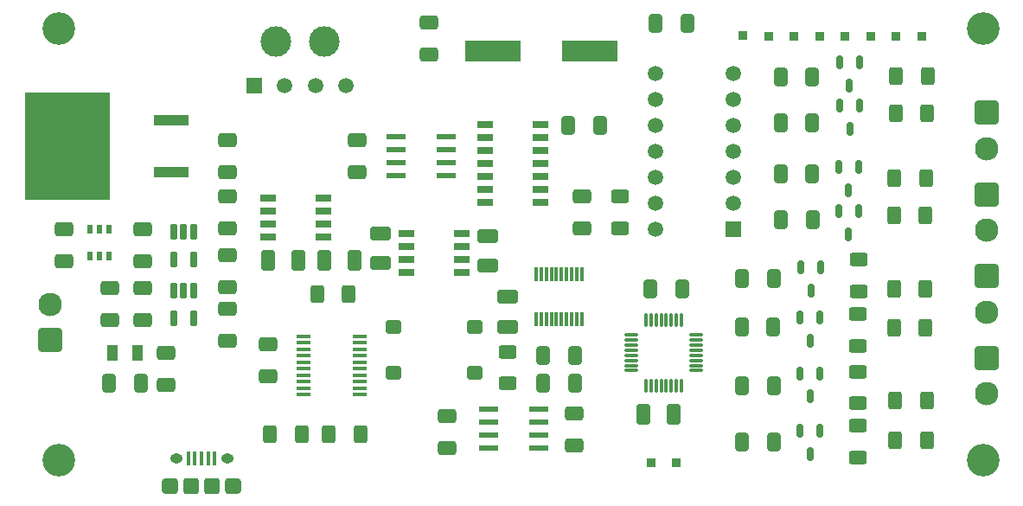
<source format=gbr>
%TF.GenerationSoftware,KiCad,Pcbnew,9.0.4*%
%TF.CreationDate,2025-11-25T13:51:46-06:00*%
%TF.ProjectId,LV Sensor,4c562053-656e-4736-9f72-2e6b69636164,rev?*%
%TF.SameCoordinates,Original*%
%TF.FileFunction,Soldermask,Top*%
%TF.FilePolarity,Negative*%
%FSLAX46Y46*%
G04 Gerber Fmt 4.6, Leading zero omitted, Abs format (unit mm)*
G04 Created by KiCad (PCBNEW 9.0.4) date 2025-11-25 13:51:46*
%MOMM*%
%LPD*%
G01*
G04 APERTURE LIST*
G04 Aperture macros list*
%AMRoundRect*
0 Rectangle with rounded corners*
0 $1 Rounding radius*
0 $2 $3 $4 $5 $6 $7 $8 $9 X,Y pos of 4 corners*
0 Add a 4 corners polygon primitive as box body*
4,1,4,$2,$3,$4,$5,$6,$7,$8,$9,$2,$3,0*
0 Add four circle primitives for the rounded corners*
1,1,$1+$1,$2,$3*
1,1,$1+$1,$4,$5*
1,1,$1+$1,$6,$7*
1,1,$1+$1,$8,$9*
0 Add four rect primitives between the rounded corners*
20,1,$1+$1,$2,$3,$4,$5,0*
20,1,$1+$1,$4,$5,$6,$7,0*
20,1,$1+$1,$6,$7,$8,$9,0*
20,1,$1+$1,$8,$9,$2,$3,0*%
G04 Aperture macros list end*
%ADD10R,0.850000X0.850000*%
%ADD11RoundRect,0.250000X0.400000X0.625000X-0.400000X0.625000X-0.400000X-0.625000X0.400000X-0.625000X0*%
%ADD12RoundRect,0.250000X0.412500X0.650000X-0.412500X0.650000X-0.412500X-0.650000X0.412500X-0.650000X0*%
%ADD13RoundRect,0.170500X0.511500X0.816500X-0.511500X0.816500X-0.511500X-0.816500X0.511500X-0.816500X0*%
%ADD14RoundRect,0.250000X-0.650000X0.412500X-0.650000X-0.412500X0.650000X-0.412500X0.650000X0.412500X0*%
%ADD15RoundRect,0.250001X-0.899999X0.899999X-0.899999X-0.899999X0.899999X-0.899999X0.899999X0.899999X0*%
%ADD16C,2.300000*%
%ADD17RoundRect,0.250000X-0.412500X-0.650000X0.412500X-0.650000X0.412500X0.650000X-0.412500X0.650000X0*%
%ADD18R,1.528000X0.650000*%
%ADD19RoundRect,0.250000X-0.400000X-0.625000X0.400000X-0.625000X0.400000X0.625000X-0.400000X0.625000X0*%
%ADD20R,1.460500X0.355600*%
%ADD21R,0.508000X0.901700*%
%ADD22RoundRect,0.150000X-0.150000X0.512500X-0.150000X-0.512500X0.150000X-0.512500X0.150000X0.512500X0*%
%ADD23RoundRect,0.250001X0.899999X-0.899999X0.899999X0.899999X-0.899999X0.899999X-0.899999X-0.899999X0*%
%ADD24RoundRect,0.170500X-0.816500X0.511500X-0.816500X-0.511500X0.816500X-0.511500X0.816500X0.511500X0*%
%ADD25C,3.200000*%
%ADD26R,1.981200X0.558800*%
%ADD27RoundRect,0.250000X0.650000X-0.412500X0.650000X0.412500X-0.650000X0.412500X-0.650000X-0.412500X0*%
%ADD28RoundRect,0.250000X0.625000X-0.400000X0.625000X0.400000X-0.625000X0.400000X-0.625000X-0.400000X0*%
%ADD29RoundRect,0.250000X-0.525000X-0.400000X0.525000X-0.400000X0.525000X0.400000X-0.525000X0.400000X0*%
%ADD30RoundRect,0.250000X-0.625000X0.400000X-0.625000X-0.400000X0.625000X-0.400000X0.625000X0.400000X0*%
%ADD31RoundRect,0.100000X-0.100000X-0.575000X0.100000X-0.575000X0.100000X0.575000X-0.100000X0.575000X0*%
%ADD32O,0.890000X1.550000*%
%ADD33RoundRect,0.250000X-0.475000X-0.525000X0.475000X-0.525000X0.475000X0.525000X-0.475000X0.525000X0*%
%ADD34O,1.250000X0.950000*%
%ADD35RoundRect,0.250000X-0.500000X-0.525000X0.500000X-0.525000X0.500000X0.525000X-0.500000X0.525000X0*%
%ADD36R,1.000000X1.500000*%
%ADD37R,0.300000X1.425000*%
%ADD38O,1.400000X0.299999*%
%ADD39O,0.299999X1.400000*%
%ADD40RoundRect,0.162500X-0.162500X0.617500X-0.162500X-0.617500X0.162500X-0.617500X0.162500X0.617500X0*%
%ADD41R,5.500000X2.000000*%
%ADD42R,3.504000X1.016000*%
%ADD43R,8.380000X10.490000*%
%ADD44R,1.500000X0.650000*%
%ADD45R,1.498600X1.498600*%
%ADD46C,1.498600*%
%ADD47C,3.000000*%
%ADD48R,1.520000X1.520000*%
%ADD49C,1.520000*%
G04 APERTURE END LIST*
D10*
%TO.C,TP8*%
X204000000Y-54250000D03*
%TD*%
D11*
%TO.C,R23*%
X219500000Y-93800000D03*
X216400000Y-93800000D03*
%TD*%
D12*
%TO.C,C1*%
X187562500Y-63000000D03*
X184437500Y-63000000D03*
%TD*%
D13*
%TO.C,C17*%
X194703000Y-91250000D03*
X191797000Y-91250000D03*
%TD*%
D14*
%TO.C,C18*%
X172500000Y-91437500D03*
X172500000Y-94562500D03*
%TD*%
D15*
%TO.C,J2*%
X225332500Y-61750000D03*
D16*
X225332500Y-65250000D03*
%TD*%
D17*
%TO.C,C21*%
X192937500Y-53000000D03*
X196062500Y-53000000D03*
%TD*%
D18*
%TO.C,IC6*%
X173961000Y-77405000D03*
X173961000Y-76135000D03*
X173961000Y-74865000D03*
X173961000Y-73595000D03*
X168539000Y-73595000D03*
X168539000Y-74865000D03*
X168539000Y-76135000D03*
X168539000Y-77405000D03*
%TD*%
D14*
%TO.C,C22*%
X135000000Y-73187500D03*
X135000000Y-76312500D03*
%TD*%
%TO.C,C19*%
X185000000Y-91187500D03*
X185000000Y-94312500D03*
%TD*%
D19*
%TO.C,R2*%
X155199999Y-93250000D03*
X158300001Y-93250000D03*
%TD*%
D20*
%TO.C,U3*%
X158525850Y-83642499D03*
X158525850Y-84277500D03*
X158525850Y-84912500D03*
X158525850Y-85547500D03*
X158525850Y-86182501D03*
X158525850Y-86817499D03*
X158525850Y-87452500D03*
X158525850Y-88087500D03*
X158525850Y-88722500D03*
X158525850Y-89357501D03*
X163974150Y-89357501D03*
X163974150Y-88722500D03*
X163974150Y-88087500D03*
X163974150Y-87452500D03*
X163974150Y-86817499D03*
X163974150Y-86182501D03*
X163974150Y-85547500D03*
X163974150Y-84912500D03*
X163974150Y-84277500D03*
X163974150Y-83642499D03*
%TD*%
D21*
%TO.C,U0*%
X139450001Y-73198250D03*
X138500000Y-73198250D03*
X137549999Y-73198250D03*
X137549999Y-75801750D03*
X138500000Y-75801750D03*
X139450001Y-75801750D03*
%TD*%
D22*
%TO.C,D5*%
X212912500Y-61062500D03*
X211012500Y-61062500D03*
X211962500Y-63337500D03*
%TD*%
D19*
%TO.C,R10*%
X216500000Y-58150000D03*
X219600000Y-58150000D03*
%TD*%
D10*
%TO.C,TP10*%
X214000000Y-54250000D03*
%TD*%
D22*
%TO.C,D6*%
X212900000Y-56862500D03*
X211000000Y-56862500D03*
X211950000Y-59137500D03*
%TD*%
D14*
%TO.C,C23*%
X139500000Y-78937500D03*
X139500000Y-82062500D03*
%TD*%
D22*
%TO.C,D3*%
X209012500Y-87262500D03*
X207112500Y-87262500D03*
X208062500Y-89537500D03*
%TD*%
%TO.C,D2*%
X209012500Y-81812500D03*
X207112500Y-81812500D03*
X208062500Y-84087500D03*
%TD*%
D23*
%TO.C,J5*%
X133667500Y-84000000D03*
D16*
X133667500Y-80500000D03*
%TD*%
D15*
%TO.C,J4*%
X225332500Y-77750000D03*
D16*
X225332500Y-81250000D03*
%TD*%
D24*
%TO.C,C4*%
X178500000Y-79797000D03*
X178500000Y-82703000D03*
%TD*%
D14*
%TO.C,C9*%
X155000000Y-84437500D03*
X155000000Y-87562500D03*
%TD*%
D22*
%TO.C,D7*%
X212812500Y-71412500D03*
X210912500Y-71412500D03*
X211862500Y-73687500D03*
%TD*%
D25*
%TO.C,H2*%
X225000000Y-53500000D03*
%TD*%
D26*
%TO.C,U9*%
X172463800Y-67905000D03*
X172463800Y-66635000D03*
X172463800Y-65365000D03*
X172463800Y-64095000D03*
X167536200Y-64095000D03*
X167536200Y-65365000D03*
X167536200Y-66635000D03*
X167536200Y-67905000D03*
%TD*%
D27*
%TO.C,C10*%
X142750000Y-76312500D03*
X142750000Y-73187500D03*
%TD*%
D22*
%TO.C,D4*%
X209012500Y-92862500D03*
X207112500Y-92862500D03*
X208062500Y-95137500D03*
%TD*%
D19*
%TO.C,R20*%
X216400000Y-89900000D03*
X219500000Y-89900000D03*
%TD*%
D26*
%TO.C,U8*%
X176564450Y-90794600D03*
X176564450Y-92064600D03*
X176564450Y-93334600D03*
X176564450Y-94604600D03*
X181492050Y-94604600D03*
X181492050Y-93334600D03*
X181492050Y-92064600D03*
X181492050Y-90794600D03*
%TD*%
D12*
%TO.C,C26*%
X204562500Y-88500000D03*
X201437500Y-88500000D03*
%TD*%
D11*
%TO.C,R6*%
X219400000Y-82800000D03*
X216300000Y-82800000D03*
%TD*%
D10*
%TO.C,TP5*%
X209000000Y-54250000D03*
%TD*%
D28*
%TO.C,R21*%
X212750000Y-90200000D03*
X212750000Y-87100000D03*
%TD*%
D12*
%TO.C,C20*%
X208312500Y-58250000D03*
X205187500Y-58250000D03*
%TD*%
D10*
%TO.C,TP2*%
X211500000Y-54250000D03*
%TD*%
%TO.C,TP7*%
X216500000Y-54250000D03*
%TD*%
D28*
%TO.C,R22*%
X212800000Y-95500000D03*
X212800000Y-92400000D03*
%TD*%
D18*
%TO.C,IC7*%
X160461000Y-73905000D03*
X160461000Y-72635000D03*
X160461000Y-71365000D03*
X160461000Y-70095000D03*
X155039000Y-70095000D03*
X155039000Y-71365000D03*
X155039000Y-72635000D03*
X155039000Y-73905000D03*
%TD*%
D27*
%TO.C,C13*%
X142750000Y-82062500D03*
X142750000Y-78937500D03*
%TD*%
D29*
%TO.C,SW1*%
X167270000Y-82750000D03*
X175230000Y-82750000D03*
X167270000Y-87250000D03*
X175230000Y-87250000D03*
%TD*%
D15*
%TO.C,J1*%
X225332500Y-69750000D03*
D16*
X225332500Y-73250000D03*
%TD*%
D30*
%TO.C,R1*%
X178500000Y-85149998D03*
X178500000Y-88250000D03*
%TD*%
D17*
%TO.C,C15*%
X205187500Y-62750000D03*
X208312500Y-62750000D03*
%TD*%
D19*
%TO.C,R3*%
X160949999Y-93250000D03*
X164050001Y-93250000D03*
%TD*%
D31*
%TO.C,J16*%
X147200000Y-95600000D03*
X147850000Y-95600000D03*
X148500000Y-95600000D03*
X149150000Y-95600000D03*
X149800000Y-95600000D03*
D32*
X145000000Y-98300000D03*
D33*
X145475000Y-98300000D03*
D34*
X146000000Y-95600000D03*
D35*
X147500000Y-98300000D03*
X149500000Y-98300000D03*
D34*
X151000000Y-95600000D03*
D33*
X151525000Y-98300000D03*
D32*
X152000000Y-98300000D03*
%TD*%
D12*
%TO.C,C29*%
X204562500Y-78000000D03*
X201437500Y-78000000D03*
%TD*%
D28*
%TO.C,R4*%
X212850000Y-79250000D03*
X212850000Y-76150000D03*
%TD*%
D36*
%TO.C,L1*%
X142250000Y-85250000D03*
X139750000Y-85250000D03*
%TD*%
D10*
%TO.C,TP4*%
X195000000Y-96000000D03*
%TD*%
D19*
%TO.C,R24*%
X159800000Y-79500000D03*
X162900000Y-79500000D03*
%TD*%
D27*
%TO.C,C3*%
X151000000Y-73062500D03*
X151000000Y-69937500D03*
%TD*%
D17*
%TO.C,C28*%
X201437500Y-94000000D03*
X204562500Y-94000000D03*
%TD*%
D27*
%TO.C,C12*%
X151000000Y-84062500D03*
X151000000Y-80937500D03*
%TD*%
D30*
%TO.C,R9*%
X189500000Y-69950000D03*
X189500000Y-73050000D03*
%TD*%
D24*
%TO.C,C31*%
X166000000Y-73547000D03*
X166000000Y-76453000D03*
%TD*%
D37*
%TO.C,IC5*%
X181250000Y-81962000D03*
X181750000Y-81962000D03*
X182250000Y-81962000D03*
X182750000Y-81962000D03*
X183250000Y-81962000D03*
X183750000Y-81962000D03*
X184250000Y-81962000D03*
X184750000Y-81962000D03*
X185250000Y-81962000D03*
X185750000Y-81962000D03*
X185750000Y-77538000D03*
X185250000Y-77538000D03*
X184750000Y-77538000D03*
X184250000Y-77538000D03*
X183750000Y-77538000D03*
X183250000Y-77538000D03*
X182750000Y-77538000D03*
X182250000Y-77538000D03*
X181750000Y-77538000D03*
X181250000Y-77538000D03*
%TD*%
D17*
%TO.C,C5*%
X181937500Y-88250000D03*
X185062500Y-88250000D03*
%TD*%
D15*
%TO.C,J3*%
X225332500Y-85750000D03*
D16*
X225332500Y-89250000D03*
%TD*%
D12*
%TO.C,C16*%
X208375000Y-72250000D03*
X205250000Y-72250000D03*
%TD*%
D38*
%TO.C,U7*%
X196950001Y-87000002D03*
X196950001Y-86500000D03*
X196950001Y-86000001D03*
X196950001Y-85500002D03*
X196950001Y-85000000D03*
X196950001Y-84500002D03*
X196950001Y-84000000D03*
X196950001Y-83500001D03*
D39*
X195500002Y-82050001D03*
X195000000Y-82050001D03*
X194500001Y-82050001D03*
X194000002Y-82050001D03*
X193500000Y-82050001D03*
X193000002Y-82050001D03*
X192500000Y-82050001D03*
X192000001Y-82050001D03*
D38*
X190550001Y-83500001D03*
X190550001Y-84000000D03*
X190550001Y-84500002D03*
X190550001Y-85000000D03*
X190550001Y-85500002D03*
X190550001Y-86000001D03*
X190550001Y-86500000D03*
X190550001Y-87000002D03*
D39*
X192000001Y-88450001D03*
X192500000Y-88450001D03*
X193000002Y-88450001D03*
X193500000Y-88450001D03*
X194000002Y-88450001D03*
X194500001Y-88450001D03*
X195000000Y-88450001D03*
X195500002Y-88450001D03*
%TD*%
D24*
%TO.C,C32*%
X176500000Y-73797000D03*
X176500000Y-76703000D03*
%TD*%
D25*
%TO.C,H3*%
X225000000Y-95750000D03*
%TD*%
D27*
%TO.C,C24*%
X145000000Y-88375000D03*
X145000000Y-85250000D03*
%TD*%
D17*
%TO.C,C8*%
X181937500Y-85500000D03*
X185062500Y-85500000D03*
%TD*%
D40*
%TO.C,IC4*%
X147700000Y-79150000D03*
X146750000Y-79150000D03*
X145800000Y-79150000D03*
X145800000Y-81850000D03*
X147700000Y-81850000D03*
%TD*%
D27*
%TO.C,C35*%
X170750000Y-56062500D03*
X170750000Y-52937500D03*
%TD*%
D22*
%TO.C,D8*%
X212812500Y-67062500D03*
X210912500Y-67062500D03*
X211862500Y-69337500D03*
%TD*%
D40*
%TO.C,IC3*%
X147700000Y-73400000D03*
X146750000Y-73400000D03*
X145800000Y-73400000D03*
X145800000Y-76100000D03*
X147700000Y-76100000D03*
%TD*%
D13*
%TO.C,C34*%
X157953000Y-76250000D03*
X155047000Y-76250000D03*
%TD*%
D19*
%TO.C,R12*%
X216300000Y-71800000D03*
X219400000Y-71800000D03*
%TD*%
D10*
%TO.C,TP3*%
X192500000Y-96000000D03*
%TD*%
D28*
%TO.C,R7*%
X212750000Y-84600000D03*
X212750000Y-81500000D03*
%TD*%
D22*
%TO.C,D1*%
X209100000Y-76912500D03*
X207200000Y-76912500D03*
X208150000Y-79187500D03*
%TD*%
D41*
%TO.C,Y1*%
X177000000Y-55750000D03*
X186500000Y-55750000D03*
%TD*%
D12*
%TO.C,C14*%
X208312500Y-67750000D03*
X205187500Y-67750000D03*
%TD*%
D25*
%TO.C,H1*%
X134500000Y-53500000D03*
%TD*%
D10*
%TO.C,TP9*%
X206500000Y-54250000D03*
%TD*%
%TO.C,TP6*%
X219000000Y-54250000D03*
%TD*%
D12*
%TO.C,C7*%
X195562500Y-79000000D03*
X192437500Y-79000000D03*
%TD*%
D42*
%TO.C,IC2*%
X145559000Y-67540000D03*
D43*
X135346000Y-65000000D03*
D42*
X145559000Y-62460000D03*
%TD*%
D25*
%TO.C,H4*%
X134500000Y-95750000D03*
%TD*%
D19*
%TO.C,R8*%
X216450000Y-61800000D03*
X219550000Y-61800000D03*
%TD*%
%TO.C,R14*%
X216350000Y-68200000D03*
X219450000Y-68200000D03*
%TD*%
D14*
%TO.C,C6*%
X151000000Y-64437500D03*
X151000000Y-67562500D03*
%TD*%
%TO.C,C30*%
X185750000Y-69937500D03*
X185750000Y-73062500D03*
%TD*%
D27*
%TO.C,C2*%
X163750000Y-67562500D03*
X163750000Y-64437500D03*
%TD*%
D14*
%TO.C,C11*%
X151000000Y-75687500D03*
X151000000Y-78812500D03*
%TD*%
D10*
%TO.C,TP1*%
X201500000Y-54200000D03*
%TD*%
D44*
%TO.C,IC1*%
X176300000Y-62940000D03*
X176300000Y-64210000D03*
X176300000Y-65480000D03*
X176300000Y-66750000D03*
X176300000Y-68020000D03*
X176300000Y-69290000D03*
X176300000Y-70560000D03*
X181700000Y-70560000D03*
X181700000Y-69290000D03*
X181700000Y-68020000D03*
X181700000Y-66750000D03*
X181700000Y-65480000D03*
X181700000Y-64210000D03*
X181700000Y-62940000D03*
%TD*%
D13*
%TO.C,C33*%
X163453000Y-76250000D03*
X160547000Y-76250000D03*
%TD*%
D19*
%TO.C,R5*%
X216300000Y-79000000D03*
X219400000Y-79000000D03*
%TD*%
D17*
%TO.C,C27*%
X201375000Y-82750000D03*
X204500000Y-82750000D03*
%TD*%
D45*
%TO.C,U10*%
X200560000Y-73120000D03*
D46*
X200560000Y-70580000D03*
X200560000Y-68040000D03*
X200560000Y-65500000D03*
X200560000Y-62960000D03*
X200560000Y-60420000D03*
X200560000Y-57880000D03*
X192940000Y-57880000D03*
X192940000Y-60420000D03*
X192940000Y-62960000D03*
X192940000Y-65500000D03*
X192940000Y-68040000D03*
X192940000Y-70580000D03*
X192940000Y-73120000D03*
%TD*%
D12*
%TO.C,C25*%
X142562500Y-88250000D03*
X139437500Y-88250000D03*
%TD*%
D47*
%TO.C,J6*%
X160500000Y-54780400D03*
X155800000Y-54780400D03*
D48*
X153650000Y-59100400D03*
D49*
X156650000Y-59100400D03*
X159650000Y-59100400D03*
X162650000Y-59100400D03*
%TD*%
M02*

</source>
